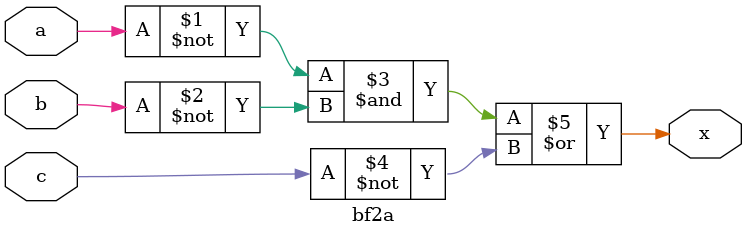
<source format=v>
`timescale 1ns / 1ps


module bf2a(
    input a,b,c,
    output x
    );
assign x = (~a&~b)|~c;
endmodule

</source>
